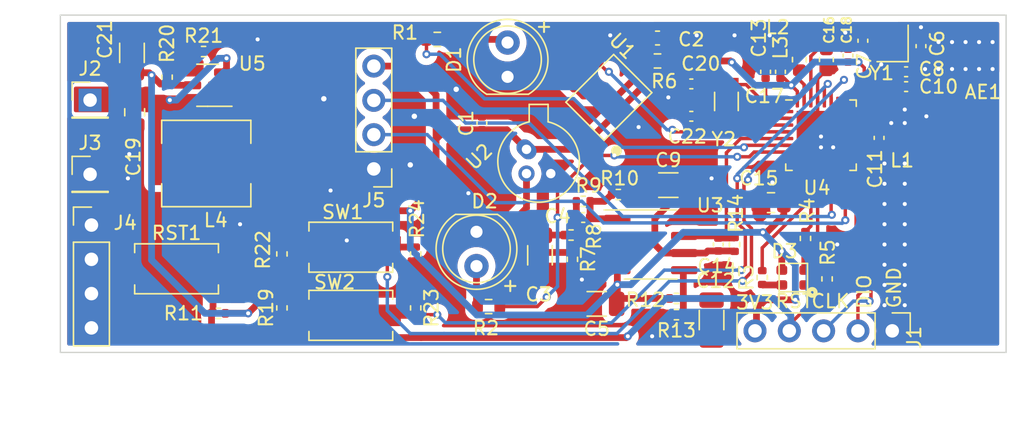
<source format=kicad_pcb>
(kicad_pcb (version 20211014) (generator pcbnew)
  (layers (0 "F.Cu" signal) (31 "B.Cu" signal) (34 "B.Paste" user) (35 "F.Paste" user) (36 "B.SilkS" user "B.Silkscreen") (37 "F.SilkS" user "F.Silkscreen") (38 "B.Mask" user) (39 "F.Mask" user) (44 "Edge.Cuts" user))
  (net 0 "")
  (net 1 "GND")
  (net 2 "Net-(AE1-Pad1)")
  (net 3 "+3V3")
  (net 4 "Net-(C2-Pad1)")
  (net 5 "Net-(C3-Pad1)")
  (net 6 "Net-(C4-Pad1)")
  (net 7 "Net-(C4-Pad2)")
  (net 8 "Net-(C6-Pad1)")
  (net 9 "Net-(C7-Pad1)")
  (net 10 "Net-(C8-Pad1)")
  (net 11 "Net-(C9-Pad1)")
  (net 12 "Net-(C14-Pad1)")
  (net 13 "Net-(C10-Pad1)")
  (net 14 "Net-(C11-Pad1)")
  (net 15 "Net-(C12-Pad2)")
  (net 16 "Net-(C13-Pad1)")
  (net 17 "/PIR")
  (net 18 "Net-(C16-Pad1)")
  (net 19 "Net-(C19-Pad1)")
  (net 20 "Net-(C20-Pad2)")
  (net 21 "Net-(C22-Pad2)")
  (net 22 "Net-(D1-Pad2)")
  (net 23 "Net-(D2-Pad2)")
  (net 24 "Net-(D3-Pad1)")
  (net 25 "Net-(D3-Pad2)")
  (net 26 "Net-(D3-Pad4)")
  (net 27 "/RESET")
  (net 28 "/SWCLK")
  (net 29 "/SWDIO")
  (net 30 "Net-(L2-Pad2)")
  (net 31 "Net-(L3-Pad2)")
  (net 32 "Net-(L4-Pad2)")
  (net 33 "/IR1")
  (net 34 "/IR2")
  (net 35 "/LED_B")
  (net 36 "/LED_G")
  (net 37 "/LED_R")
  (net 38 "Net-(R7-Pad1)")
  (net 39 "/TX")
  (net 40 "/RX")
  (net 43 "Net-(R19-Pad1)")
  (net 44 "Net-(R20-Pad2)")
  (net 45 "Net-(R22-Pad1)")
  (net 46 "/SW2")
  (net 47 "/SW1")
  (net 48 "/IR_IN")
  (footprint "Capacitor_SMD:C_1206_3216Metric" (layer "F.Cu") (at 149.7 101.4 180)
    (fp_text reference "C5")
    (fp_text value "47uF")
  )
  (footprint "Connector_PinHeader_2.54mm:PinHeader_1x01_P2.54mm_Vertical" (layer "F.Cu") (at 112.2 91.8)
    (fp_text reference "J3")
    (fp_text value "B-")
  )
  (footprint "Button_Switch_SMD:SW_SPST_EVQPE1" (layer "F.Cu") (at 131.5 97.2 180)
    (fp_text reference "SW1")
    (fp_text value "SW_Push")
  )
  (footprint "Crystal:Crystal_SMD_3215-2Pin_3.2x1.5mm" (layer "F.Cu") (at 159.3 86.4 -90)
    (fp_text reference "Y2")
    (fp_text value "32.768KHz")
  )
  (footprint "Capacitor_SMD:C_0402_1005Metric" (layer "F.Cu") (at 156.7 87.5)
    (fp_text reference "C22")
    (fp_text value "12pF")
  )
  (footprint "Motion_sense:IRM-H638" (layer "F.Cu") (at 150.6 86.1 45)
    (fp_text reference "U1")
    (fp_text value "IRM-H638T/TR2")
  )
  (footprint "RF_Antenna:Texas_SWRA117D_2.4GHz_Right" (layer "F.Cu") (at 174.1 89.6 -90)
    (fp_text reference "AE1")
    (fp_text value "Antenna_Dipole")
  )
  (footprint "Resistor_SMD:R_0402_1005Metric" (layer "F.Cu") (at 166.75 99.55 90)
    (fp_text reference "R5")
    (fp_text value "1K")
  )
  (footprint "Capacitor_SMD:C_1206_3216Metric" (layer "F.Cu") (at 145.5 97.8 -90)
    (fp_text reference "C3")
    (fp_text value "22uF")
  )
  (footprint "Button_Switch_SMD:SW_SPST_EVQPE1" (layer "F.Cu") (at 118.6 98.8)
    (fp_text reference "RST1")
    (fp_text value "SW_Push")
  )
  (footprint "Capacitor_SMD:C_0603_1608Metric" (layer "F.Cu") (at 166.7 83.3 -90)
    (fp_text reference "C16")
    (fp_text value "1uF")
  )
  (footprint "Resistor_SMD:R_0402_1005Metric" (layer "F.Cu") (at 121.7 102.1)
    (fp_text reference "R11")
    (fp_text value "10K")
  )
  (footprint "Resistor_SMD:R_0603_1608Metric" (layer "F.Cu") (at 137.9 81.8 180)
    (fp_text reference "R1")
    (fp_text value "100R")
  )
  (footprint "Package_DFN_QFN:QFN-32-1EP_5x5mm_P0.5mm_EP3.6x3.6mm" (layer "F.Cu") (at 166.3 88.9)
    (fp_text reference "U4")
    (fp_text value "nRF52810-QCAA-R")
  )
  (footprint "Inductor_SMD:L_0603_1608Metric" (layer "F.Cu") (at 164.7 83.3 -90)
    (fp_text reference "L3")
    (fp_text value "10uH")
  )
  (footprint "Connector_PinHeader_2.54mm:PinHeader_1x04_P2.54mm_Vertical" (layer "F.Cu") (at 112.3 95.56)
    (fp_text reference "J4")
    (fp_text value "Conn_01x04_Male")
  )
  (footprint "Inductor_SMD:L_6.3x6.3_H3" (layer "F.Cu") (at 120.8 91)
    (fp_text reference "L4")
    (fp_text value "4.7uF")
  )
  (footprint "Capacitor_SMD:C_0402_1005Metric" (layer "F.Cu") (at 170.6 89.1 90)
    (fp_text reference "C11")
    (fp_text value "0.8pF")
  )
  (footprint "Capacitor_SMD:C_0402_1005Metric" (layer "F.Cu") (at 162.2 84.2 90)
    (fp_text reference "C13")
    (fp_text value "100nF")
  )
  (footprint "Crystal:Crystal_SMD_2016-4Pin_2.0x1.6mm" (layer "F.Cu") (at 171.6 82.1 90)
    (fp_text reference "Y1")
    (fp_text value "32MHz")
  )
  (footprint "Resistor_SMD:R_0402_1005Metric" (layer "F.Cu") (at 117.9 84.6 90)
    (fp_text reference "R20")
    (fp_text value "976K")
  )
  (footprint "Resistor_SMD:R_0402_1005Metric" (layer "F.Cu") (at 155.6 101)
    (fp_text reference "R12")
    (fp_text value "33K")
  )
  (footprint "LED_THT:LED_D5.0mm" (layer "F.Cu") (at 140.8 96.06 -90)
    (fp_text reference "D2")
    (fp_text value "IR333-A")
  )
  (footprint "Capacitor_SMD:C_0402_1005Metric" (layer "F.Cu") (at 168.3 83 90)
    (fp_text reference "C18")
    (fp_text value "100nF")
  )
  (footprint "Capacitor_SMD:C_0402_1005Metric" (layer "F.Cu") (at 173.7 82.3 90)
    (fp_text reference "C6")
    (fp_text value "12pF")
  )
  (footprint "Resistor_SMD:R_0402_1005Metric" (layer "F.Cu") (at 136.3 101.7 -90)
    (fp_text reference "R23")
    (fp_text value "10K")
  )
  (footprint "Resistor_SMD:R_0402_1005Metric" (layer "F.Cu") (at 147.8 96.3 180)
    (fp_text reference "R8")
    (fp_text value "10K")
  )
  (footprint "Resistor_SMD:R_0402_1005Metric" (layer "F.Cu") (at 151.3 93.3)
    (fp_text reference "R10")
    (fp_text value "30K")
  )
  (footprint "Resistor_SMD:R_0402_1005Metric" (layer "F.Cu") (at 126.4 101.7 90)
    (fp_text reference "R19")
    (fp_text value "10K")
  )
  (footprint "Button_Switch_SMD:SW_SPST_EVQPE1" (layer "F.Cu") (at 131.5 102.25 180)
    (fp_text reference "SW2")
    (fp_text value "SW_Push")
  )
  (footprint "Connector_PinHeader_2.54mm:PinHeader_1x05_P2.54mm_Vertical" (layer "F.Cu") (at 171.575 103.4 -90)
    (fp_text reference "J1")
    (fp_text value "Conn_01x05_Male")
  )
  (footprint "Connector_PinHeader_2.54mm:PinHeader_1x04_P2.54mm_Vertical" (layer "F.Cu") (at 133.2 91.4 180)
    (fp_text reference "J5")
    (fp_text value "Conn_01x04_Male")
  )
  (footprint "Package_TO_SOT_SMD:SOT-23-6" (layer "F.Cu") (at 120.9 85.2 180)
    (fp_text reference "U5")
    (fp_text value "MCP1640T-I/CHY")
  )
  (footprint "Capacitor_SMD:C_0805_2012Metric" (layer "F.Cu") (at 115.5 87.2 -90)
    (fp_text reference "C19")
    (fp_text value "4.7uF")
  )
  (footprint "Capacitor_SMD:C_0402_1005Metric" (layer "F.Cu") (at 172.6 84.2)
    (fp_text reference "C8")
    (fp_text value "100pF")
  )
  (footprint "Motion_sense:FM-B2020RGBA-HG" (layer "F.Cu") (at 164.25 99.45 180)
    (fp_text reference "D3")
    (fp_text value "LED_RGBA")
  )
  (footprint "Capacitor_SMD:C_0603_1608Metric" (layer "F.Cu") (at 154.2 81.7)
    (fp_text reference "C2")
    (fp_text value "4.7uF")
  )
  (footprint "Resistor_SMD:R_0402_1005Metric" (layer "F.Cu") (at 120.6 82.7)
    (fp_text reference "R21")
    (fp_text value "562K")
  )
  (footprint "Resistor_SMD:R_0603_1608Metric" (layer "F.Cu") (at 154.2 83.4)
    (fp_text reference "R6")
    (fp_text value "100R")
  )
  (footprint "Capacitor_SMD:C_0402_1005Metric" (layer "F.Cu") (at 169.4 81.9 -90)
    (fp_text reference "C7")
    (fp_text value "12pF")
  )
  (footprint "Resistor_SMD:R_0402_1005Metric" (layer "F.Cu") (at 147.9 98.1 -90)
    (fp_text reference "R7")
    (fp_text value "47K")
  )
  (footprint "Resistor_SMD:R_0402_1005Metric" (layer "F.Cu") (at 148.7 93.8)
    (fp_text reference "R9")
    (fp_text value "2.1M")
  )
  (footprint "Package_TO_SOT_THT:TO-52-3" (layer "F.Cu") (at 144.501974 89.949462 -45)
    (fp_text reference "U2")
    (fp_text value "PIR203A-S0")
  )
  (footprint "Capacitor_SMD:C_0402_1005Metric" (layer "F.Cu") (at 163.3 84.2 90)
    (fp_text reference "C17")
    (fp_text value "100nF")
  )
  (footprint "Package_SO:SOIC-8_3.9x4.9mm_P1.27mm" (layer "F.Cu") (at 153.7 97)
    (fp_text reference "U3")
    (fp_text value "RS8032XK")
  )
  (footprint "Capacitor_SMD:C_0402_1005Metric" (layer "F.Cu") (at 156.7 85.1)
    (fp_text reference "C20")
    (fp_text value "12pF")
  )
  (footprint "Capacitor_SMD:C_0805_2012Metric" (layer "F.Cu") (at 162.6 93.9 180)
    (fp_text reference "C15")
    (fp_text value "4.7uF")
  )
  (footprint "Capacitor_SMD:C_1206_3216Metric" (layer "F.Cu") (at 155 92.6)
    (fp_text reference "C9")
    (fp_text value "10uF")
  )
  (footprint "Capacitor_SMD:C_0402_1005Metric" (layer "F.Cu") (at 172.6 85.3)
    (fp_text reference "C10")
    (fp_text value "NC")
  )
  (footprint "Inductor_SMD:L_0402_1005Metric" (layer "F.Cu") (at 172.3 89.6 180)
    (fp_text reference "L1")
    (fp_text value "3.9nH")
  )
  (footprint "Connector_PinHeader_2.54mm:PinHeader_1x01_P2.54mm_Vertical" (layer "F.Cu") (at 112.2 86.3)
    (fp_text reference "J2")
    (fp_text value "B+")
  )
  (footprint "Capacitor_SMD:C_0402_1005Metric" (layer "F.Cu") (at 148.7 95)
    (fp_text reference "C4")
    (fp_text value "10nF")
  )
  (footprint "Resistor_SMD:R_0402_1005Metric" (layer "F.Cu") (at 165.15 96.55 90)
    (fp_text reference "R4")
    (fp_text value "1K")
  )
  (footprint "Inductor_SMD:L_0402_1005Metric" (layer "F.Cu") (at 165.2 80.9 180)
    (fp_text reference "L2")
    (fp_text value "15nH")
  )
  (footprint "Capacitor_SMD:C_1206_3216Metric" (layer "F.Cu") (at 115.3 82.8 -90)
    (fp_text reference "C21")
    (fp_text value "10uF")
  )
  (footprint "Capacitor_SMD:C_0402_1005Metric" (layer "F.Cu") (at 158.7 97 90)
    (fp_text reference "C14")
    (fp_text value "20nF")
  )
  (footprint "Capacitor_SMD:C_1206_3216Metric" (layer "F.Cu") (at 158.2 102.6 90)
    (fp_text reference "C12")
    (fp_text value "10uF")
  )
  (footprint "Resistor_SMD:R_0402_1005Metric" (layer "F.Cu") (at 161.95 99.45 90)
    (fp_text reference "R3")
    (fp_text value "1K")
  )
  (footprint "LED_THT:LED_D5.0mm" (layer "F.Cu") (at 143.1 84.575 90)
    (fp_text reference "D1")
    (fp_text value "IR333-A")
  )
  (footprint "Capacitor_SMD:C_0402_1005Metric" (layer "F.Cu") (at 141.2 88.02 90)
    (fp_text reference "C1")
    (fp_text value "10nF")
  )
  (footprint "Resistor_SMD:R_0402_1005Metric" (layer "F.Cu") (at 155.6 102.2 180)
    (fp_text reference "R13")
    (fp_text value "22K")
  )
  (footprint "Resistor_SMD:R_0402_1005Metric" (layer "F.Cu") (at 126.4 97.7 -90)
    (fp_text reference "R22")
    (fp_text value "10K")
  )
  (footprint "Resistor_SMD:R_0402_1005Metric" (layer "F.Cu") (at 159.9 97 90)
    (fp_text reference "R14")
    (fp_text value "1M")
  )
  (footprint "Resistor_SMD:R_0402_1005Metric" (layer "F.Cu") (at 136.3 97.7 90)
    (fp_text reference "R24")
    (fp_text value "10K")
  )
  (footprint "Resistor_SMD:R_0603_1608Metric" (layer "F.Cu") (at 141.7 101.6)
    (fp_text reference "R2")
    (fp_text value "100R")
  )
  (gr_line (start 180 105) (end 180 80) (layer "Edge.Cuts") (width 0.1))
  (gr_line (start 180 105) (end 110 105) (layer "Edge.Cuts") (width 0.1))
  (gr_line (start 110 80) (end 110 105) (layer "Edge.Cuts") (width 0.1))
  (gr_line (start 180 80) (end 110 80) (layer "Edge.Cuts") (width 0.1))
  (gr_text "3V3" (at 161.4 101.3) (layer "F.SilkS") (effects (font (size 1 1))))
  (gr_text "GND" (at 171.7 100.2 90) (layer "F.SilkS") (effects (font (size 1 1))))
  (gr_text "CLK" (at 167 101.2) (layer "F.SilkS") (effects (font (size 1 1))))
  (gr_text "RST" (at 164.3 101.2) (layer "F.SilkS") (effects (font (size 1 1))))
  (gr_text "+" (at 143.3 100) (layer "F.SilkS") (effects (font (size 1 1))))
  (gr_text "+" (at 145.8 80.8) (layer "F.SilkS") (effects (font (size 1 1))))
  (gr_text "DIO" (at 169.5 100.5 90) (layer "F.SilkS") (effects (font (size 1 1))))
  (segment (start 173.08 85.3) (end 173.08 86.42) (width 0.254) (layer "F.Cu") (net 1))
  (segment (start 171.05 83.363994) (end 170.756997 83.656997) (width 0.254) (layer "F.Cu") (net 1))
  (segment (start 166.05 86.45) (end 166.05 88.65) (width 0.254) (layer "F.Cu") (net 1))
  (segment (start 173.08 86.42) (end 172.5 87) (width 0.254) (layer "F.Cu") (net 1))
  (segment (start 171.05 82.8) (end 171.05 83.363994) (width 0.254) (layer "F.Cu") (net 1))
  (segment (start 166.05 84.725) (end 166.7 84.075) (width 0.254) (layer "F.Cu") (net 1))
  (segment (start 169.691374 89.15) (end 170.221374 88.62) (width 0.254) (layer "F.Cu") (net 1))
  (segment (start 166.05 86.45) (end 166.05 84.725) (width 0.254) (layer "F.Cu") (net 1))
  (segment (start 166.05 88.65) (end 166.3 88.9) (width 0.254) (layer "F.Cu") (net 1))
  (segment (start 170.221374 88.62) (end 170.6 88.62) (width 0.254) (layer "F.Cu") (net 1))
  (segment (start 168.75 89.15) (end 169.691374 89.15) (width 0.254) (layer "F.Cu") (net 1))
  (via (at 123.3 95.5) (size 0.6) (drill 0.3) (layers "F.Cu" "B.Cu") (net 1))
  (via (at 148.6 99.6) (size 0.6) (drill 0.3) (layers "F.Cu" "B.Cu") (net 1))
  (via (at 152.8 88.3) (size 0.6) (drill 0.3) (layers "F.Cu" "B.Cu") (net 1))
  (via (at 175 82) (size 0.6) (drill 0.3) (layers "F.Cu" "B.Cu") (net 1))
  (via (at 150.7 81.5) (size 0.6) (drill 0.3) (layers "F.Cu" "B.Cu") (net 1))
  (via (at 171 94) (size 0.6) (drill 0.3) (layers "F.Cu" "B.Cu") (net 1))
  (via (at 172.5 91) (size 0.6) (drill 0.3) (layers "F.Cu" "B.Cu") (net 1))
  (via (at 171 91) (size 0.6) (drill 0.3) (layers "F.Cu" "B.Cu") (net 1))
  (via (at 178 82) (size 0.6) (drill 0.3) (layers "F.Cu" "B.Cu") (net 1))
  (via (at 131.2 96.7) (size 0.6) (drill 0.3) (layers "F.Cu" "B.Cu") (net 1))
  (via (at 166.3 89.8) (size 0.6) (drill 0.3) (layers "F.Cu" "B.Cu") (net 1))
  (via (at 171 100) (size 0.6) (drill 0.3) (layers "F.Cu" "B.Cu") (net 1))
  (via (at 166.3 89) (size 0.6) (drill 0.3) (layers "F.Cu" "B.Cu") (net 1))
  (via (at 176 84) (size 0.6) (drill 0.3) (layers "F.Cu" "B.Cu") (net 1))
  (via (at 157.1 81.5) (size 0.6) (drill 0.3) (layers "F.Cu" "B.Cu") (net 1))
  (via (at 172.5 95.5) (size 0.6) (drill 0.3) (layers "F.Cu" "B.Cu") (net 1))
  (via (at 115 92.1) (size 0.6) (drill 0.3) (layers "F.Cu" "B.Cu") (net 1))
  (via (at 168.1 81.3) (size 0.6) (drill 0.3) (layers "F.Cu" "B.Cu") (net 1))
  (via (at 172.5 87) (size 0.6) (drill 0.3) (layers "F.Cu" "B.Cu") (net 1))
  (via (at 178 84) (size 0.6) (drill 0.3) (layers "F.Cu" "B.Cu") (net 1))
  (via (at 130 93) (size 0.6) (drill 0.3) (layers "F.Cu" "B.Cu") (net 1))
  (via (at 171 98.5) (size 0.6) (drill 0.3) (layers "F.Cu" "B.Cu") (net 1))
  (via (at 175 84) (size 0.6) (drill 0.3) (layers "F.Cu" "B.Cu") (net 1))
  (via (at 162.7 92.4) (size 0.6) (drill 0.3) (layers "F.Cu" "B.Cu") (net 1))
  (via (at 177 82) (size 0.6) (drill 0.3) (layers "F.Cu" "B.Cu") (net 1))
  (via (at 155 86.1) (size 0.6) (drill 0.3) (layers "F.Cu" "B.Cu") (net 1))
  (via (at 173.7 80.9) (size 0.6) (drill 0.3) (layers "F.Cu" "B.Cu") (net 1))
  (via (at 172.5 100) (size 0.6) (drill 0.3) (layers "F.Cu" "B.Cu") (net 1))
  (via (at 176 82) (size 0.6) (drill 0.3) (layers "F.Cu" "B.Cu") (net 1))
  (via (at 172.5 97) (size 0.6) (drill 0.3) (layers "F.Cu" "B.Cu") (net 1))
  (via (at 177 84) (size 0.6) (drill 0.3) (layers "F.Cu" "B.Cu") (net 1))
  (via (at 171.5 88) (size 0.6) (drill 0.3) (layers "F.Cu" "B.Cu") (net 1))
  (via (at 171 101.5) (size 0.6) (drill 0.3) (layers "F.Cu" "B.Cu") (net 1))
  (via (at 179 84) (size 0.6) (drill 0.3) (layers "F.Cu" "B.Cu") (net 1))
  (via (at 115.1 90.3) (size 0.6) (drill 0.3) (layers "F.Cu" "B.Cu") (net 1))
  (via (at 140.2 93.2) (size 0.6) (drill 0.3) (layers "F.Cu" "B.Cu") (net 1))
  (via (at 172.5 92.5) (size 0.6) (drill 0.3) (layers "F.Cu" "B.Cu") (net 1))
  (via (at 162.5 81.5) (size 0.6) (drill 0.3) (layers "F.Cu" "B.Cu") (net 1))
  (via (at 124.6 81.8) (size 0.6) (drill 0.3) (layers "F.Cu" "B.Cu") (net 1))
  (via (at 172.5 98.5) (size 0.6) (drill 0.3) (layers "F.Cu" "B.Cu") (net 1))
  (via (at 158.2 92.1) (size 0.6) (drill 0.3) (layers "F.Cu" "B.Cu") (net 1))
  (via (at 171 95.5) (size 0.6) (drill 0.3) (layers "F.Cu" "B.Cu") (net 1))
  (via (at 167.2 89.8) (size 0.6) (drill 0.3) (layers "F.Cu" "B.Cu") (net 1))
  (via (at 159.9 81.5) (size 0.6) (drill 0.3) (layers "F.Cu" "B.Cu") (net 1))
  (via (at 174 84) (size 0.6) (drill 0.3) (layers "F.Cu" "B.Cu") (net 1))
  (via (at 172.5 94) (size 0.6) (drill 0.3) (layers "F.Cu" "B.Cu") (net 1))
  (via (at 170.756997 83.656997) (size 0.6) (drill 0.3) (layers "F.Cu" "B.Cu") (net 1))
  (via (at 139.3 85.5) (size 0.8) (drill 0.4) (layers "F.Cu" "B.Cu") (net 1))
  (via (at 167.5 97) (size 0.6) (drill 0.3) (layers "F.Cu" "B.Cu") (net 1))
  (via (at 129.5 86.2) (size 0.8) (drill 0.4) (layers "F.Cu" "B.Cu") (net 1))
  (via (at 172.5 88) (size 0.6) (drill 0.3) (layers "F.Cu" "B.Cu") (net 1))
  (via (at 172.5 101.5) (size 0.6) (drill 0.3) (layers "F.Cu" "B.Cu") (net 1))
  (via (at 136.2 87.5) (size 0.8) (drill 0.4) (layers "F.Cu" "B.Cu") (net 1))
  (via (at 179 82) (size 0.6) (drill 0.3) (layers "F.Cu" "B.Cu") (net 1))
  (via (at 171 97) (size 0.6) (drill 0.3) (layers "F.Cu" "B.Cu") (net 1))
  (via (at 171 92.5) (size 0.6) (drill 0.3) (layers "F.Cu" "B.Cu") (net 1))
  (via (at 135.9 91.1) (size 0.8) (drill 0.4) (layers "F.Cu" "B.Cu") (net 1))
  (via (at 153.8 103.8) (size 0.6) (drill 0.3) (layers "F.Cu" "B.Cu") (net 1))
  (segment (start 174.1 89.6) (end 172.785 89.6) (width 0.5) (layer "F.Cu") (net 2))
  (segment (start 116.575 84.275) (end 115.3 84.275) (width 0.5) (layer "F.Cu") (net 3))
  (segment (start 143.052512 88.5) (end 144.501974 89.949462) (width 0.5) (layer "F.Cu") (net 3))
  (segment (start 161.525 101.775) (end 161.9 101.4) (width 0.5) (layer "F.Cu") (net 3))
  (segment (start 138.51 88.5) (end 137.81 89.2) (width 0.5) (layer "F.Cu") (net 3))
  (segment (start 164.55 91.95) (end 163.55 92.95) (width 0.254) (layer "F.Cu") (net 3))
  (segment (start 159.6 83.4) (end 159.7 83.5) (width 0.5) (layer "F.Cu") (net 3))
  (segment (start 124.6 97.5) (end 125.31 98.21) (width 0.5) (layer "F.Cu") (net 3))
  (segment (start 135.68 83.78) (end 137.81 85.91) (width 0.5) (layer "F.Cu") (net 3))
  (segment (start 124.6 96.1) (end 124.6 97.5) (width 0.5) (layer "F.Cu") (net 3))
  (segment (start 124.81 101.19) (end 126.4 101.19) (width 0.5) (layer "F.Cu") (net 3))
  (segment (start 164.55 91.35) (end 164.55 91.95) (width 0.254) (layer "F.Cu") (net 3))
  (segment (start 151.225 101.35) (end 151.175 101.4) (width 0.5) (layer "F.Cu") (net 3))
  (segment (start 163.55 94.834678) (end 163.55 93.9) (width 0.5) (layer "F.Cu") (net 3))
  (segment (start 137.81 89.2) (end 137.81 91.6) (width 0.5) (layer "F.Cu") (net 3))
  (segment (start 164.1 85.2) (end 163.58 84.68) (width 0.254) (layer "F.Cu") (net 3))
  (segment (start 151.225 98.905) (end 151.225 99.975) (width 0.5) (layer "F.Cu") (net 3))
  (segment (start 126.2 94.5) (end 124.6 96.1) (width 0.5) (layer "F.Cu") (net 3))
  (segment (start 148.450538 89.949462) (end 153.4 85) (width 0.5) (layer "F.Cu") (net 3))
  (segment (start 154.6 85) (end 155.025 84.575) (width 0.5) (layer "F.Cu") (net 3))
  (segment (start 162.2 101.1) (end 164.4 101.1) (width 0.5) (layer "F.Cu") (net 3))
  (segment (start 153.4 85) (end 154.6 85) (width 0.5) (layer "F.Cu") (net 3))
  (segment (start 151.575 101) (end 151.175 101.4) (width 0.5) (layer "F.Cu") (net 3))
  (segment (start 155.025 83.4) (end 159.6 83.4) (width 0.5) (layer "F.Cu") (net 3))
  (segment (start 116.75 84.45) (end 116.575 84.275) (width 0.5) (layer "F.Cu") (net 3))
  (segment (start 137.81 92.59) (end 135.9 94.5) (width 0.5) (layer "F.Cu") (net 3))
  (segment (start 125.31 98.21) (end 126.4 98.21) (width 0.5) (layer "F.Cu") (net 3))
  (segment (start 169.5 83.9) (end 169.08 83.48) (width 0.254) (layer "F.Cu") (net 3))
  (segment (start 155.09 101) (end 151.575 101) (width 0.5) (layer "F.Cu") (net 3))
  (segment (start 168.05 86.15) (end 169.5 84.7) (width 0.254) (layer "F.Cu") (net 3))
  (segment (start 161.525 103.2) (end 161.525 101.775) (width 0.5) (layer "F.Cu") (net 3))
  (segment (start 164.55 86.45) (end 164.55 85.65) (width 0.254) (layer "F.Cu") (net 3))
  (segment (start 162 96.1) (end 162.284678 96.1) (width 0.5) (layer "F.Cu") (net 3))
  (segment (start 117.9 85.11) (end 117.41 85.11) (width 0.5) (layer "F.Cu") (net 3))
  (segment (start 119.7625 85.2) (end 117.99 85.2) (width 0.5) (layer "F.Cu") (net 3))
  (segment (start 137.81 85.91) (end 137.81 89.2) (width 0.5) (layer "F.Cu") (net 3))
  (segment (start 122.21 102.1) (end 123.9 102.1) (width 0.5) (layer "F.Cu") (net 3))
  (segment (start 169.5 84.7) (end 169.5 83.9) (width 0.254) (layer "F.Cu") (net 3))
  (segment (start 155.025 84.575) (end 155.025 83.4) (width 0.5) (layer "F.Cu") (net 3))
  (segment (start 163.4 97.5) (end 163.4 98.9) (width 0.5) (layer "F.Cu") (net 3))
  (segment (start 133.2 83.78) (end 135.68 83.78) (width 0.5) (layer "F.Cu") (net 3))
  (segment (start 126.4 101.19) (end 126.4 98.21) (width 0.5) (layer "F.Cu") (net 3))
  (segment (start 141.2 88.5) (end 143.052512 88.5) (width 0.5) (layer "F.Cu") (net 3))
  (segment (start 168.05 86.45) (end 168.05 86.15) (width 0.254) (layer "F.Cu") (net 3))
  (segment (start 161.9 101.4) (end 162.2 101.1) (width 0.5) (layer "F.Cu") (net 3))
  (segment (start 163.58 84.68) (end 163.3 84.68) (width 0.254) (layer "F.Cu") (net 3))
  (segment (start 151.225 99.975) (end 151.225 101.35) (width 0.5) (layer "F.Cu") (net 3))
  (segment (start 163.55 92.95) (end 163.55 93.9) (width 0.254) (layer "F.Cu") (net 3))
  (segment (start 135.9 94.5) (end 126.2 94.5) (width 0.5) (layer "F.Cu") (net 3))
  (segment (start 117.41 85.11) (end 116.75 84.45) (width 0.5) (layer "F.Cu") (net 3))
  (segment (start 141.2 88.5) (end 138.51 88.5) (width 0.5) (layer "F.Cu") (net 3))
  (segment (start 169.08 83.48) (end 168.3 83.48) (width 0.254) (layer "F.Cu") (net 3))
  (segment (start 162.284678 96.1) (end 163.55 94.834678) (width 0.5) (layer "F.Cu") (net 3))
  (segment (start 137.81 91.6) (end 137.81 92.59) (width 0.5) (layer "F.Cu") (net 3))
  (segment (start 164.55 85.65) (end 164.1 85.2) (width 0.254) (layer "F.Cu") (net 3))
  (segment (start 123.9 102.1) (end 124.81 101.19) (width 0.5) (layer "F.Cu") (net 3))
  (segment (start 144.501974 89.949462) (end 148.450538 89.949462) (width 0.5) (layer "F.Cu") (net 3))
  (segment (start 117.99 85.2) (end 117.9 85.11) (width 0.5) (layer "F.Cu") (net 3))
  (via (at 135.9 94.5) (size 0.6) (drill 0.3) (layers "F.Cu" "B.Cu") (net 3))
  (via (at 159.7 83.5) (size 0.6) (drill 0.3) (layers "F.Cu" "B.Cu") (net 3))
  (via (at 164.4 101.1) (size 0.6) (drill 0.3) (layers "F.Cu" "B.Cu") (net 3))
  (via (at 162 96.1) (size 0.6) (drill 0.3) (layers "F.Cu" "B.Cu") (net 3))
  (via (at 116.75 84.45) (size 0.6) (drill 0.3) (layers "F.Cu" "B.Cu") (net 3))
  (via (at 163.4 97.5) (size 0.6) (drill 0.3) (layers "F.Cu" "B.Cu") (net 3))
  (via (at 123.9 102.1) (size 0.6) (drill 0.3) (layers "F.Cu" "B.Cu") (net 3))
  (via (at 151.225 99.975) (size 0.6) (drill 0.3) (layers "F.Cu" "B.Cu") (net 3))
  (via (at 169.08 83.48) (size 0.6) (drill 0.3) (layers "F.Cu" "B.Cu") (net 3))
  (via (at 164.1 85.2) (size 0.6) (drill 0.3) (layers "F.Cu" "B.Cu") (net 3))
  (segment (start 165.82 83.48) (end 169.08 83.48) (width 0.5) (layer "B.Cu") (net 3))
  (segment (start 148.97652 102.22348) (end 140.82348 102.22348) (width 0.5) (layer "B.Cu") (net 3))
  (segment (start 120.7 102.1) (end 123.9 102.1) (width 0.5) (layer "B.Cu") (net 3))
  (segment (start 116.75 98.15) (end 120.7 102.1) (width 0.5) (layer "B.Cu") (net 3))
  (segment (start 163.6 85.2) (end 164.1 85.2) (width 0.5) (layer "B.Cu") (net 3))
  (segment (start 159.7 83.5) (end 161.4 85.2) (width 0.5) (layer "B.Cu") (net 3))
  (segment (start 135.9 97.3) (end 135.9 94.5) (width 0.5) (layer "B.Cu") (net 3))
  (segment (start 140.82348 102.22348) (end 135.9 97.3) (width 0.5) (layer "B.Cu") (net 3))
  (segment (start 156.1 96.1) (end 162 96.1) (width 0.5) (layer "B.Cu") (net 3))
  (segment (start 164.4 101.1) (end 164.4 98.5) (width 0.5) (layer "B.Cu") (net 3))
  (segment (start 152.225 99.975) (end 156.1 96.1) (width 0.5) (layer "B.Cu") (net 3))
  (segment (start 151.225 99.975) (end 148.97652 102.22348) (width 0.5) (layer "B.Cu") (net 3))
  (segment (start 163.4 97.5) (end 162 96.1) (width 0.5) (layer "B.Cu") (net 3))
  (segment (start 164.4 98.5) (end 163.4 97.5) (width 0.5) (layer "B.Cu") (net 3))
  (segment (start 151.225 99.975) (end 152.225 99.975) (width 0.5) (layer "B.Cu") (net 3))
  (segment (start 116.75 84.45) (end 116.75 98.15) (width 0.5) (layer "B.Cu") (net 3))
  (segment (start 161.4 85.2) (end 163.6 85.2) (width 0.5) (layer "B.Cu") (net 3))
  (segment (start 164.1 85.2) (end 165.82 83.48) (width 0.5) (layer "B.Cu") (net 3))
  (segment (start 153.425 83.35) (end 153.375 83.4) (width 0.5) (layer "F.Cu") (net 4))
  (segment (start 151.2 86) (end 148.703949 86) (width 0.5) (layer "F.Cu") (net 4))
  (segment (start 153.425 81.7) (end 153.425 83.35) (width 0.5) (layer "F.Cu") (net 4))
  (segment (start 148.703949 86) (end 147.651365 84.947416) (width 0.5) (layer "F.Cu") (net 4))
  (segment (start 153.375 83.4) (end 153.375 83.825) (width 0.5) (layer "F.Cu") (net 4))
  (segment (start 153.375 83.825) (end 151.2 86) (width 0.5) (layer "F.Cu") (net 4))
  (segment (start 147.29 96.3) (end 145.525 96.3) (width 0.5) (layer "F.Cu") (net 5))
  (segment (start 145.525 96.3) (end 145.5 96.325) (width 0.5) (layer "F.Cu") (net 5))
  (segment (start 148.19 93.8) (end 148.19 94.97) (width 0.5) (layer "F.Cu") (net 6))
  (segment (start 148.19 94.97) (end 148.22 95) (width 0.5) (layer "F.Cu") (net 6))
  (segment (start 148.22 96.21) (end 148.31 96.3) (width 0.5) (layer "F.Cu") (net 6))
  (segment (start 148.375 96.365) (end 148.31 96.3) (width 0.5) (layer "F.Cu") (net 6))
  (segment (start 148.22 95) (end 148.22 96.21) (width 0.5) (layer "F.Cu") (net 6))
  (segment (start 151.225 96.365) (end 148.375 96.365) (width 0.5) (layer "F.Cu") (net 6))
  (segment (start 149.21 93.8) (end 149.21 94.97) (width 0.5) (layer "F.Cu") (net 7))
  (segment (start 150.29 93.8) (end 150.79 93.3) (width 0.5) (layer "F.Cu") (net 7))
  (segment (start 151.29 95.03) (end 151.225 95.095) (width 0.5) (layer "F.Cu") (net 7))
  (segment (start 149.275 95.095) (end 149.18 95) (width 0.5) (layer "F.Cu") (net 7))
  (segment (start 151.225 95.095) (end 149.275 95.095) (width 0.5) (layer "F.Cu") (net 7))
  (segment (start 149.21 93.8) (end 150.29 93.8) (width 0.5) (layer "F.Cu") (net 7))
  (segment (start 149.21 94.97) (end 149.18 95) (width 0.5) (layer "F.Cu") (net 7))
  (segment (start 170.7 84.6) (end 172.15 83.15) (width 0.254) (layer "F.Cu") (net 8))
  (segment (start 169.25 87.65) (end 170.7 86.2) (width 0.254) (layer "F.Cu") (net 8))
  (segment (start 172.15 83.15) (end 172.15 82.8) (width 0.254) (layer "F.Cu") (net 8))
  (segment (start 168.75 87.65) (end 169.25 87.65) (width 0.254) (layer "F.Cu") (net 8))
  (segment (start 172.17 82.78) (end 172.15 82.8) (width 0.254) (layer "F.Cu") (net 8))
  (segment (start 170.7 86.2) (end 170.7 84.6) (width 0.254) (layer "F.Cu") (net 8))
  (segment (start 173.7 82.78) (end 172.17 82.78) (width 0.254) (layer "F.Cu") (net 8))
  (segment (start 170.3 81.4) (end 170.6 81.4) (width 0.254) (layer "F.Cu") (net 9))
  (segment (start 170.58 81.42) (end 170.6 81.4) (width 0.254) (layer "F.Cu") (net 9))
  (segment (start 170.6 81.4) (end 171.05 81.4) (width 0.254) (layer "F.Cu") (net 9))
  (segment (start 170.1 81.6) (end 170.3 81.4) (width 0.254) (layer "F.Cu") (net 9))
  (segment (start 168.75 87.15) (end 170.1 85.8) (width 0.254) (layer "F.Cu") (net 9))
  (segment (start 169.4 81.42) (end 170.58 81.42) (width 0.254) (layer "F.Cu") (net 9))
  (segment (start 170.1 85.8) (end 170.1 81.6) (width 0.254) (layer "F.Cu") (net 9))
  (segment (start 168.75 88.15) (end 169.391374 88.15) (width 0.254) (layer "F.Cu") (net 10))
  (segment (start 169.391374 88.15) (end 171.15352 86.387854) (width 0.254) (layer "F.Cu") (net 10))
  (segment (start 171.15352 84.94648) (end 171.9 84.2) (width 0.254) (layer "F.Cu") (net 10))
  (segment (start 171.15352 86.387854) (end 171.15352 84.94648) (width 0.254) (layer "F.Cu") (net 10))
  (segment (start 171.9 84.2) (end 172.12 84.2) (width 0.254) (layer "F.Cu") (net 10))
  (segment (start 151.81 93.3) (end 152.825 93.3) (width 0.5) (layer "F.Cu") (net 11))
  (segment (start 152.825 93.3) (end 153.525 92.6) (width 0.5) (layer "F.Cu") (net 11))
  (segment (start 158.7 97.48) (end 159.87 97.48) (width 0.5) (layer "F.Cu") (net 12))
  (segment (start 159.87 97.48) (end 159.9 97.51) (width 0.5) (layer "F.Cu") (net 12))
  (segment (start 154 97) (end 154.635 97.635) (width 0.5) (layer "F.Cu") (net 12))
  (segment (start 154 95.075) (end 154 97) (width 0.5) (layer "F.Cu") (net 12))
  (segment (start 157.765 97.635) (end 157.92 97.48) (width 0.5) (layer "F.Cu") (net 12))
  (segment (start 154.635 97.635) (end 156.175 97.635) (width 0.5) (layer "F.Cu") (net 12))
  (segment (start 156.175 97.635) (end 157.765 97.635) (width 0.5) (layer "F.Cu") (net 12))
  (segment (start 157.92 97.48) (end 158.7 97.48) (width 0.5) (layer "F.Cu") (net 12))
  (segment (start 156.475 92.6) (end 154 95.075) (width 0.5) (layer "F.Cu") (net 12))
  (segment (start 172.12 86.08) (end 172.12 85.3) (width 0.254) (layer "F.Cu") (net 13))
  (segment (start 168.75 88.65) (end 169.55 88.65) (width 0.254) (layer "F.Cu") (net 13))
  (segment (start 169.55 88.65) (end 172.12 86.08) (width 0.254) (layer "F.Cu") (net 13))
  (segment (start 170.53 89.65) (end 170.6 89.58) (width 0.254) (layer "F.Cu") (net 14))
  (segment (start 170.62 89.6) (end 170.6 89.58) (width 0.5) (layer "F.Cu") (net 14))
  (segment (start 171.815 89.6) (end 170.62 89.6) (width 0.5) (layer "F.Cu") (net 14))
  (segment (start 168.75 89.65) (end 170.53 89.65) (width 0.254) (layer "F.Cu") (net 14))
  (segment (start 156.11 101) (end 156.11 102.2) (width 0.5) (layer "F.Cu") (net 15))
  (segment (start 156.11 98.97) (end 156.175 98.905) (width 0.5) (layer "F.Cu") (net 15))
  (segment (start 156.11 101) (end 158.075 101) (width 0.5) (layer "F.Cu") (net 15))
  (segment (start 156.11 101) (end 156.11 98.97) (width 0.5) (layer "F.Cu") (net 15))
  (segment (start 158.075 101) (end 158.2 101.125) (width 0.5) (layer "F.Cu") (net 15))
  (segment (start 162.2 85.950157) (end 162.2 84.68) (width 0.254) (layer "F.Cu") (net 16))
  (segment (start 163.85 87.15) (end 163.399843 87.15) (width 0.254) (layer "F.Cu") (net 16))
  (segment (start 163.399843 87.15) (end 162.2 85.950157) (width 0.254) (layer "F.Cu") (net 16))
  (segment (start 159.3 90.2) (end 159.3 96.52) (width 0.254) (layer "F.Cu") (net 17))
  (segment (start 156.175 96.365) (end 158.545 96.365) (width 0.5) (layer "F.Cu") (net 17))
  (segment (start 160.35 89.15) (end 159.3 90.2) (width 0.254) (layer "F.Cu") (net 17))
  (segment (start 159.3 96.52) (end 158.7 96.52) (width 0.254) (layer "F.Cu") (net 17))
  (segment (start 163.85 89.15) (end 160.35 89.15) (width 0.254) (layer "F.Cu") (net 17))
  (segment (start 158.7 96.52) (end 159.87 96.52) (width 0.5) (layer "F.Cu") (net 17))
  (segment (start 159.87 96.52) (end 159.9 96.49) (width 0.5) (layer "F.Cu") (net 17))
  (segment (start 158.545 96.365) (end 158.7 96.52) (width 0.5) (layer "F.Cu") (net 17))
  (segment (start 165.685 80.9) (end 166.2 80.9) (width 0.5) (layer "F.Cu") (net 18))
  (segment (start 166.075 82.525) (end 166.7 82.525) (width 0.254) (layer "F.Cu") (net 18))
  (segment (start 165.55 86.45) (end 165.55 83.05) (width 0.254) (layer "F.Cu") (net 18))
  (segment (start 165.55 83.05) (end 166.075 82.525) (width 0.254) (layer "F.Cu") (net 18))
  (segment (start 166.7 81.4) (end 166.7 82.525) (width 0.5) (layer "F.Cu") (net 18))
  (segment (start 166.2 80.9) (end 166.7 81.4) (width 0.5) (layer "F.Cu") (net 18))
  (segment (start 122.3 83.2) (end 122.3 83.9875) (width 0.5) (layer "F.Cu") (net 19))
  (segment (start 122.3 83.9875) (end 122.0375 84.25) (width 0.5) (layer "F.Cu") (net 19))
  (via (at 118.1 86.3) (size 0.6) (drill 0.3) (layers "F.Cu" "B.Cu") (net 19))
  (via (at 122.3 83.2) (size 0.6) (drill 0.3) (layers "F.Cu" "B.Cu") (net 19))
  (segment (start 118.6 86.3) (end 118.1 86.3) (width 0.5) (layer "B.Cu") (net 19))
  (segment (start 121.7 83.2) (end 118.6 86.3) (width 0.5) (layer "B.Cu") (net 19))
  (segment (start 122.3 83.2) (end 121.7 83.2) (width 0.5) (layer "B.Cu") (net 19))
  (segment (start 160.75 85.15) (end 159.3 85.15) (width 0.254) (layer "F.Cu") (net 20))
  (segment (start 163.25 87.65) (end 160.75 85.15) (width 0.254) (layer "F.Cu") (net 20))
  (segment (start 163.85 87.65) (end 163.25 87.65) (width 0.254) (layer "F.Cu") (net 20))
  (segment (start 159.25 85.1) (end 159.3 85.15) (width 0.254) (layer "F.Cu") (net 20))
  (segment (start 157.18 85.1) (end 159.25 85.1) (width 0.254) (layer "F.Cu") (net 20))
  (segment (start 159.15 87.5) (end 159.3 87.65) (width 0.254) (layer "F.Cu") (net 21))
  (segment (start 163.85 88.15) (end 161.55 88.15) (width 0.254) (layer "F.Cu") (net 21))
  (segment (start 161.55 88.15) (end 161.05 87.65) (width 0.254) (layer "F.Cu") (net 21))
  (segment (start 161.05 87.65) (end 159.3 87.65) (width 0.254) (layer "F.Cu") (net 21))
  (segment (start 157.18 87.5) (end 159.15 87.5) (width 0.254) (layer "F.Cu") (net 21))
  (segment (start 142.865 81.8) (end 143.1 82.035) (width 0.5) (layer "F.Cu") (net 22))
  (segment (start 138.725 81.8) (end 142.865 81.8) (width 0.5) (layer "F.Cu") (net 22))
  (segment (start 140.8 101.525) (end 140.875 101.6) (width 0.5) (layer "F.Cu") (net 23))
  (segment (start 140.8 98.6) (end 140.8 101.525) (width 0.5) (layer "F.Cu") (net 23))
  (segment (start 166.69 100) (end 166.75 100.06) (width 0.5) (layer "F.Cu") (net 24))
  (segment (start 165.1 100) (end 166.69 100) (width 0.5) (layer "F.Cu") (net 24))
  (segment (start 161.99 100) (end 161.95 99.96) (width 0.5) (layer "F.Cu") (net 25))
  (segment (start 163.4 100) (end 161.99 100) (width 0.5) (layer "F.Cu") (net 25))
  (segment (start 165.1 97.11) (end 165.15 97.06) (width 0.5) (layer "F.Cu") (net 26))
  (segment (start 165.1 98.9) (end 165.1 97.11) (width 0.5) (layer "F.Cu") (net 26))
  (segment (start 168.9 99.7) (end 167.6 101) (width 0.254) (layer "F.Cu") (net 27))
  (segment (start 121.3 101.99) (end 121.19 102.1) (width 0.5) (layer "F.Cu") (net 27))
  (segment (start 121.19 102.99) (end 121.9 103.7) (width 0.5) (layer "F.Cu") (net 27))
  (segment (start 168.05 91.35) (end 168.05 92.95) (width 0.254) (layer "F.Cu") (net 27))
  (segment (start 164.065 102.835) (end 164.065 103.2) (width 0.254) (layer "F.Cu") (net 27))
  (segment (start 151.9 103.9) (end 152 103.8) (width 0.5) (layer "F.Cu") (net 27))
  (segment (start 121.3 98.8) (end 121.3 101.99) (width 0.5) (layer "F.Cu") (net 27))
  (segment (start 136.7 103.9) (end 151.9 103.9) (width 0.5) (layer "F.Cu") (net 27))
  (segment (start 122.1 103.9) (end 136.7 103.9) (width 0.5) (layer "F.Cu") (net 27))
  (segment (start 167.6 101) (end 165.9 101) (width 0.254) (layer "F.Cu") (net 27))
  (segment (start 168.05 92.95) (end 168.9 93.8) (width 0.254) (layer "F.Cu") (net 27))
  (segment (start 121.19 102.1) (end 121.19 102.99) (width 0.5) (layer "F.Cu") (net 27))
  (segment (start 121.9 103.7) (end 122.1 103.9) (width 0.5) (layer "F.Cu") (net 27))
  (segment (start 168.9 93.8) (end 168.9 99.7) (width 0.254) (layer "F.Cu") (net 27))
  (segment (start 165.9 101) (end 164.065 102.835) (width 0.254) (layer "F.Cu") (net 27))
  (via (at 152 103.8) (size 0.6) (drill 0.3) (layers "F.Cu" "B.Cu") (net 27))
  (segment (start 164.065 102.265) (end 164.065 103.2) (width 0.5) (layer "B.Cu") (net 27))
  (segment (start 162.8 101) (end 164.065 102.265) (width 0.5) (layer "B.Cu") (net 27))
  (segment (start 154.8 101) (end 162.8 101) (width 0.5) (layer "B.Cu") (net 27))
  (segment (start 152 103.8) (end 154.8 101) (width 0.5) (layer "B.Cu") (net 27))
  (segment (start 169.035 100.765) (end 169.035 103.4) (width 0.254) (layer "F.Cu") (net 28))
  (segment (start 169.5 100.3) (end 169.5 100.305) (width 0.254) (layer "F.Cu") (net 28))
  (segment (start 169.5 100.3) (end 169.035 100.765) (width 0.254) (layer "F.Cu") (net 28))
  (segment (start 169.5 90.741374) (end 169.5 100.3) (width 0.254) (layer "F.Cu") (net 28))
  (segment (start 168.75 90.65) (end 169.408626 90.65) (width 0.254) (layer "F.Cu") (net 28))
  (segment (start 169.408626 90.65) (end 169.5 90.741374) (width 0.254) (layer "F.Cu") (net 28))
  (segment (start 169.55 90.15) (end 170 90.6) (width 0.254) (layer "F.Cu") (net 29))
  (segment (start 170 90.6) (end 170 101.1) (width 0.254) (layer "F.Cu") (net 29))
  (segment (start 170 101.1) (end 169.9 101.2) (width 0.254) (layer "F.Cu") (net 29))
  (segment (start 168.75 90.15) (end 169.55 90.15) (width 0.254) (layer "F.Cu") (net 29))
  (via (at 169.9 101.2) (size 0.6) (drill 0.3) (layers "F.Cu" "B.Cu") (net 29))
  (segment (start 168.695 101.2) (end 166.495 103.4) (width 0.254) (layer "B.Cu") (net 29))
  (segment (start 169.9 101.2) (end 168.695 101.2) (width 0.254) (layer "B.Cu") (net 29))
  (segment (start 164.7 82.5125) (end 164.7 80.915) (width 0.5) (layer "F.Cu") (net 30))
  (segment (start 164.7 80.915) (end 164.715 80.9) (width 0.5) (layer "F.Cu") (net 30))
  (segment (start 165.05 85.15) (end 164.7 84.8) (width 0.254) (layer "F.Cu") (net 31))
  (segment (start 164.7 84.8) (end 164.7 84.0875) (width 0.254) (layer "F.Cu") (net 31))
  (segment (start 165.05 86.45) (end 165.05 85.15) (width 0.254) (layer "F.Cu") (net 31))
  (segment (start 163.85 89.65) (end 160.75 89.65) (width 0.254) (layer "F.Cu") (net 33))
  (segment (start 160.75 89.65) (end 160.6 89.8) (width 0.254) (layer "F.Cu") (net 33))
  (segment (start 137.1 81.825) (end 137.075 81.8) (width 0.254) (layer "F.Cu") (net 33))
  (segment (start 137.1 82.9) (end 137.1 81.825) (width 0.254) (layer "F.Cu") (net 33))
  (via (at 137.1 82.9) (size 0.6) (drill 0.3) (layers "F.Cu" "B.Cu") (net 33))
  (via (at 160.6 89.8) (size 0.6) (drill 0.3) (layers "F.Cu" "B.Cu") (net 33))
  (segment (start 137.1 82.9) (end 138.1 82.9) (width 0.254) (layer "B.Cu") (net 33))
  (segment (start 151.6 89.8) (end 160.6 89.8) (width 0.254) (layer "B.Cu") (net 33))
  (segment (start 138.1 82.9) (end 141.4 86.2) (width 0.254) (layer "B.Cu") (net 33))
  (segment (start 148 86.2) (end 151.6 89.8) (width 0.254) (layer "B.Cu") (net 33))
  (segment (start 141.4 86.2) (end 148 86.2) (width 0.254) (layer "B.Cu") (net 33))
  (segment (start 149.4 90.4) (end 146.8 93) (width 0.254) (layer "F.Cu") (net 34))
  (segment (start 163.85 90.15) (end 161.35 90.15) (width 0.254) (layer "F.Cu") (net 34))
  (segment (start 161.35 90.15) (end 161.1 90.4) (width 0.254) (layer "F.Cu") (net 34))
  (segment (start 151 90.4) (end 149.4 90.4) (width 0.254) (layer "F.Cu") (net 34))
  (segment (start 146 100.9) (end 145.3 101.6) (width 0.254) (layer "F.Cu") (net 34))
  (segment (start 146.8 93) (end 146.8 95) (width 0.254) (layer "F.Cu") (net 34))
  (segment (start 145.3 101.6) (end 142.525 101.6) (width 0.254) (layer "F.Cu") (net 34))
  (segment (start 161.1 90.4) (end 161 90.5) (width 0.254) (layer "F.Cu") (net 34))
  (segment (start 161 90.5) (end 160.1 90.5) (width 0.254) (layer "F.Cu") (net 34))
  (via (at 160.1 90.5) (size 0.6) (drill 0.3) (layers "F.Cu" "B.Cu") (net 34))
  (via (at 146 100.9) (size 0.6) (drill 0.3) (layers "F.Cu" "B.Cu") (net 34))
  (via (at 146.8 95) (size 0.6) (drill 0.3) (layers "F.Cu" "B.Cu") (net 34))
  (via (at 151 90.4) (size 0.6) (drill 0.3) (layers "F.Cu" "B.Cu") (net 34))
  (segment (start 146 100.9) (end 146.8 100.1) (width 0.254) (layer "B.Cu") (net 34))
  (segment (start 146.8 100.1) (end 146.8 95) (width 0.254) (layer "B.Cu") (net 34))
  (segment (start 160.1 90.5) (end 151.1 90.5) (width 0.254) (layer "B.Cu") (net 34))
  (segment (start 151.1 90.5) (end 151 90.4) (width 0.254) (layer "B.Cu") (net 34))
  (segment (start 161.95 97.25) (end 161.95 98.94) (width 0.254) (layer "F.Cu") (net 35))
  (segment (start 165.05 91.35) (end 165.05 94.15) (width 0.254) (layer "F.Cu") (net 35))
  (segment (start 165.05 94.15) (end 161.95 97.25) (width 0.254) (layer "F.Cu") (net 35))
  (segment (start 165.55 91.35) (end 165.55 95.64) (width 0.254) (layer "F.Cu") (net 36))
  (segment (start 165.55 95.64) (end 165.15 96.04) (width 0.254) (layer "F.Cu") (net 36))
  (segment (start 166.05 91.35) (end 166.05 98.34) (width 0.254) (layer "F.Cu") (net 37))
  (segment (start 166.05 98.34) (end 166.75 99.04) (width 0.254) (layer "F.Cu") (net 37))
  (segment (start 147.945 97.635) (end 147.9 97.59) (width 0.5) (layer "F.Cu") (net 38))
  (segment (start 143.6 96.9) (end 144.29 97.59) (width 0.5) (layer "F.Cu") (net 38))
  (segment (start 144.29 97.59) (end 147.9 97.59) (width 0.5) (layer "F.Cu") (net 38))
  (segment (start 144.501974 94.298026) (end 143.6 95.2) (width 0.5) (layer "F.Cu") (net 38))
  (segment (start 143.6 95.2) (end 143.6 96.9) (width 0.5) (layer "F.Cu") (net 38))
  (segment (start 144.501974 91.745513) (end 144.501974 94.298026) (width 0.5) (layer "F.Cu") (net 38))
  (segment (start 151.225 97.635) (end 147.945 97.635) (width 0.5) (layer "F.Cu") (net 38))
  (segment (start 167.9 93.7) (end 168.1 93.9) (width 0.254) (layer "F.Cu") (net 39))
  (segment (start 167.55 91.35) (end 167.55 93.35) (width 0.254) (layer "F.Cu") (net 39))
  (segment (start 168.1 93.9) (end 168.1 95.2) (width 0.254) (layer "F.Cu") (net 39))
  (segment (start 167.55 93.35) (end 167.9 93.7) (width 0.254) (layer "F.Cu") (net 39))
  (via (at 168.1 95.2) (size 0.6) (drill 0.3) (layers "F.Cu" "B.Cu") (net 39))
  (segment (start 162.2 95.4) (end 150.2 95.4) (width 0.254) (layer "B.Cu") (net 39))
  (segment (start 168.1 95.2) (end 167.873489 95.426511) (width 0.254) (layer "B.Cu") (net 39))
  (segment (start 162.226511 95.426511) (end 162.2 95.4) (width 0.254) (layer "B.Cu") (net 39))
  (segment (start 148.6 93.8) (end 144.4 93.8) (width 0.254) (layer "B.Cu") (net 39))
  (segment (start 144.4 93.8) (end 144.3 93.9) (width 0.254) (layer "B.Cu") (net 39))
  (segment (start 137.16 88.86) (end 133.2 88.86) (width 0.254) (layer "B.Cu") (net 39))
  (segment (start 142.2 93.9) (end 137.16 88.86) (width 0.254) (layer "B.Cu") (net 39))
  (segment (start 167.873489 95.426511) (end 162.226511 95.426511) (width 0.254) (layer "B.Cu") (net 39))
  (segment (start 150.2 95.4) (end 148.6 93.8) (width 0.254) (layer "B.Cu") (net 39))
  (segment (start 144.3 93.9) (end 142.2 93.9) (width 0.254) (layer "B.Cu") (net 39))
  (segment (start 167.05 94.75) (end 167.05 91.35) (width 0.254) (layer "F.Cu") (net 40))
  (segment (start 167.1 94.8) (end 167.05 94.75) (width 0.254) (layer "F.Cu") (net 40))
  (via (at 167.1 94.8) (size 0.6) (drill 0.3) (layers "F.Cu" "B.Cu") (net 40))
  (segment (start 151.626511 94.926511) (end 144.7 88) (width 0.254) (layer "B.Cu") (net 40))
  (segment (start 138.32 86.32) (end 133.2 86.32) (width 0.254) (layer "B.Cu") (net 40))
  (segment (start 167.1 94.8) (end 166.973489 94.926511) (width 0.254) (layer "B.Cu") (net 40))
  (segment (start 140 88) (end 138.32 86.32) (width 0.254) (layer "B.Cu") (net 40))
  (segment (start 166.973489 94.926511) (end 151.626511 94.926511) (width 0.254) (layer "B.Cu") (net 40))
  (segment (start 144.7 88) (end 140 88) (width 0.254) (layer "B.Cu") (net 40))
  (segment (start 128.8 102.25) (end 126.44 102.25) (width 0.5) (layer "F.Cu") (net 43))
  (segment (start 126.44 102.25) (end 126.4 102.21) (width 0.5) (layer "F.Cu") (net 43))
  (segment (start 128.79 97.19) (end 128.8 97.2) (width 0.5) (layer "F.Cu") (net 45))
  (segment (start 126.4 97.19) (end 128.79 97.19) (width 0.5) (layer "F.Cu") (net 45))
  (segment (start 160.1 95.4) (end 160.7 96) (width 0.254) (layer "F.Cu") (net 46))
  (segment (start 160.7 98.6) (end 160.4 98.9) (width 0.254) (layer "F.Cu") (net 46))
  (segment (start 134.2 102.25) (end 136.26 102.25) (width 0.5) (layer "F.Cu") (net 46))
  (segment (start 160.1 92.1) (end 160.1 95.4) (width 0.254) (layer "F.Cu") (net 46))
  (segment (start 136.26 102.25) (end 136.3 102.21) (width 0.5) (layer "F.Cu") (net 46))
  (segment (start 166.55 86.45) (end 166.55 85.35) (width 0.254) (layer "F.Cu") (net 46))
  (segment (start 137.9 102.2) (end 136.31 102.2) (width 0.254) (layer "F.Cu") (net 46))
  (segment (start 136.31 102.2) (end 136.3 102.21) (width 0.254) (layer "F.Cu") (net 46))
  (segment (start 160.7 96) (end 160.7 98.6) (width 0.254) (layer "F.Cu") (net 46))
  (segment (start 166.55 85.35) (end 166.8 85.1) (width 0.254) (layer "F.Cu") (net 46))
  (via (at 160.4 98.9) (size 0.6) (drill 0.3) (layers "F.Cu" "B.Cu") (net 46))
  (via (at 166.8 85.1) (size 0.6) (drill 0.3) (layers "F.Cu" "B.Cu") (net 46))
  (via (at 160.1 92.1) (size 0.6) (drill 0.3) (layers "F.Cu" "B.Cu") (net 46))
  (via (at 137.9 102.2) (size 0.6) (drill 0.3) (layers "F.Cu" "B.Cu") (net 46))
  (segment (start 150.8 102.8) (end 142.4 102.8) (width 0.254) (layer "B.Cu") (net 46))
  (segment (start 138.5 102.8) (end 137.9 102.2) (width 0.254) (layer "B.Cu") (net 46))
  (segment (start 160.1 91.8) (end 166.8 85.1) (width 0.254) (layer "B.Cu") (net 46))
  (segment (start 160.1 92.1) (end 160.1 91.8) (width 0.254) (layer "B.Cu") (net 46))
  (segment (start 151.5 102.1) (end 150.8 102.8) (width 0.254) (layer "B.Cu") (net 46))
  (segment (start 154.7 98.9) (end 151.5 102.1) (width 0.254) (layer "B.Cu") (net 46))
  (segment (start 160.4 98.9) (end 154.7 98.9) (width 0.254) (layer "B.Cu") (net 46))
  (segment (start 142.4 102.8) (end 138.5 102.8) (width 0.254) (layer "B.Cu") (net 46))
  (segment (start 134.21 97.19) (end 134.2 97.2) (width 0.5) (layer "F.Cu") (net 47))
  (segment (start 160.9 92.2) (end 160.6 92.5) (width 0.254) (layer "F.Cu") (net 47))
  (segment (start 161.15352 99.04648) (end 160.5 99.7) (width 0.254) (layer "F.Cu") (net 47))
  (segment (start 167.986021 84.8) (end 167.05 85.736021) (width 0.254) (layer "F.Cu") (net 47))
  (segment (start 160.6 95.258626) (end 161.15352 95.812146) (width 0.254) (layer "F.Cu") (net 47))
  (segment (start 136.3 97.19) (end 134.21 97.19) (width 0.5) (layer "F.Cu") (net 47))
  (segment (start 134.2 99.4) (end 134.2 97.2) (width 0.254) (layer "F.Cu") (net 47))
  (segment (start 161.15352 95.812146) (end 161.15352 99.04648) (width 0.254) (layer "F.Cu") (net 47))
  (segment (start 168 84.8) (end 167.986021 84.8) (width 0.254) (layer "F.Cu") (net 47))
  (segment (start 160.6 92.5) (end 160.6 95.258626) (width 0.254) (layer "F.Cu") (net 47))
  (segment (start 167.05 85.736021) (end 167.05 86.45) (width 0.254) (layer "F.Cu") (net 47))
  (via (at 160.9 92.2) (size 0.6) (drill 0.3) (layers "F.Cu" "B.Cu") (net 47))
  (via (at 134.2 99.4) (size 0.6) (drill 0.3) (layers "F.Cu" "B.Cu") (net 47))
  (via (at 168 84.8) (size 0.6) (drill 0.3) (layers "F.Cu" "B.Cu") (net 47))
  (via (at 160.5 99.7) (size 0.6) (drill 0.3) (layers "F.Cu" "B.Cu") (net 47))
  (segment (start 135.9 103.6) (end 134.6 102.3) (width 0.254) (layer "B.Cu") (net 47))
  (segment (start 168 84.8) (end 167.986021 84.8) (width 0.254) (layer "B.Cu") (net 47))
  (segment (start 160.9 91.886021) (end 160.9 92.2) (width 0.254) (layer "B.Cu") (net 47))
  (segment (start 167.986021 84.8) (end 160.9 91.886021) (width 0.254) (layer "B.Cu") (net 47))
  (segment (start 138.4 103.6) (end 135.9 103.6) (width 0.254) (layer "B.Cu") (net 47))
  (segment (start 151.2 103.6) (end 138.4 103.6) (width 0.254) (layer "B.Cu") (net 47))
  (segment (start 155.1 99.7) (end 153.2 101.6) (width 0.254) (layer "B.Cu") (net 47))
  (segment (start 160.5 99.7) (end 155.1 99.7) (width 0.254) (layer "B.Cu") (net 47))
  (segment (start 134.2 101.9) (end 134.2 99.4) (width 0.254) (layer "B.Cu") (net 47))
  (segment (start 153.2 101.6) (end 151.2 103.6) (width 0.254) (layer "B.Cu") (net 47))
  (segment (start 134.6 102.3) (end 134.2 101.9) (width 0.254) (layer "B.Cu") (net 47))
  (segment (start 155.45 88.65) (end 155.3 88.5) (width 0.254) (layer "F.Cu") (net 48))
  (segment (start 150.6 84.2) (end 150.496051 84.2) (width 0.254) (layer "F.Cu") (net 48))
  (segment (start 150.496051 84.2) (end 149.447416 83.151365) (width 0.254) (layer "F.Cu") (net 48))
  (segment (start 163.85 88.65) (end 155.45 88.65) (width 0.254) (layer "F.Cu") (net 48))
  (via (at 155.3 88.5) (size 0.6) (drill 0.3) (layers "F.Cu" "B.Cu") (net 48))
  (via (at 150.6 84.2) (size 0.6) (drill 0.3) (layers "F.Cu" "B.Cu") (net 48))
  (segment (start 155.3 88.5) (end 154.9 88.5) (width 0.254) (layer "B.Cu") (net 48))
  (segment (start 154.9 88.5) (end 150.6 84.2) (width 0.254) (layer "B.Cu") (net 48))
  (zone (net 19) (net_name "Net-(C19-Pad1)") (layer "F.Cu") (priority 1) (connect_pads yes (clearance 0.508)) (min_thickness 0.254) (fill yes (thermal_gap 0.508) (thermal_bridge_width 0.508))
    (polygon (pts (xy 116.8 85.9) (xy 120.6 85.9) (xy 120.6 92.6) (xy 116.7 92.6) (xy 116.7 87.2) (xy 111 87.2) (xy 111 85.3) (xy 116.8 85.3)))
  )
  (zone (net 32) (net_name "Net-(L4-Pad2)") (layer "F.Cu") (priority 2) (connect_pads yes (clearance 0.508)) (min_thickness 0.254) (fill yes (thermal_gap 0.508) (thermal_bridge_width 0.508))
    (polygon (pts (xy 124.8 92.6) (xy 121.2 92.6) (xy 121.2 85.7) (xy 124.8 85.7)))
  )
  (zone (net 0) (net_name "") (layer "F.Cu") (connect_pads yes (clearance 0)) (min_thickness 0.254)
    (keepout (tracks allowed) (vias allowed) (pads allowed) (copperpour not_allowed) (footprints allowed))
    (fill (thermal_gap 0.508) (thermal_bridge_width 0.508))
    (polygon (pts (xy 181.2 106.3) (xy 173.1 106.3) (xy 173.1 84.3) (xy 181.1 84.3)))
  )
  (zone (net 44) (net_name "Net-(R20-Pad2)") (layer "F.Cu") (priority 3) (connect_pads yes (clearance 0.508)) (min_thickness 0.254) (fill yes (thermal_gap 0.508) (thermal_bridge_width 0.508))
    (polygon (pts (xy 120.6 84.6) (xy 117.5 84.6) (xy 117.5 82.1) (xy 120.6 82.1)))
  )
  (zone (net 1) (net_name "GND") (layers F&B.Cu) (connect_pads yes (clearance 0.508)) (min_thickness 0.254) (fill yes (thermal_gap 0.508) (thermal_bridge_width 0.508))
    (polygon (pts (xy 180.5 106.5) (xy 109.6 106.5) (xy 109.6 79.2) (xy 180.5 79.2)))
  )
)
</source>
